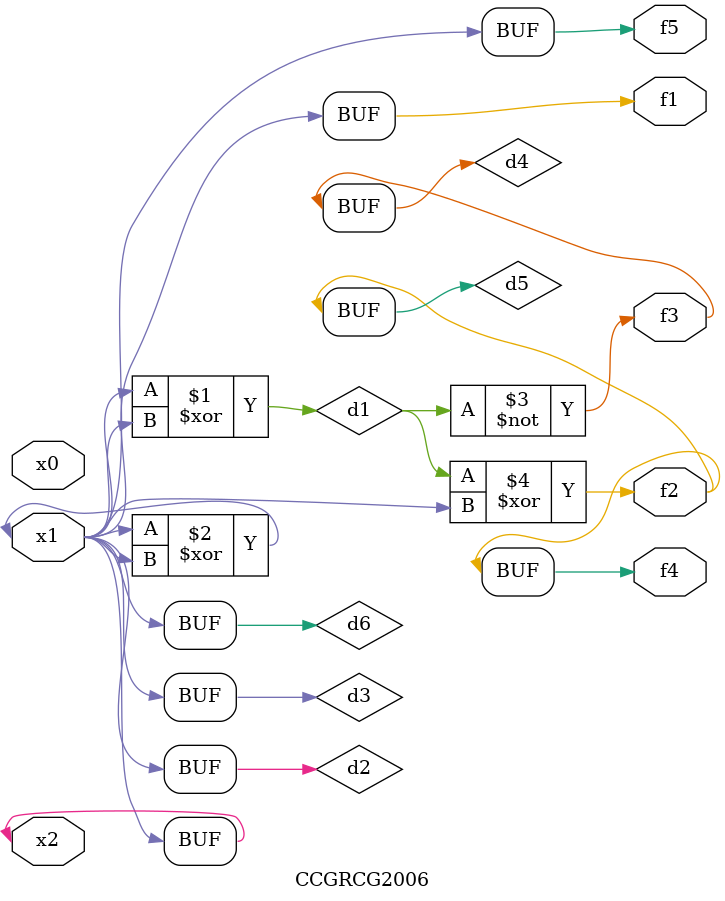
<source format=v>
module CCGRCG2006(
	input x0, x1, x2,
	output f1, f2, f3, f4, f5
);

	wire d1, d2, d3, d4, d5, d6;

	xor (d1, x1, x2);
	buf (d2, x1, x2);
	xor (d3, x1, x2);
	nor (d4, d1);
	xor (d5, d1, d2);
	buf (d6, d2, d3);
	assign f1 = d6;
	assign f2 = d5;
	assign f3 = d4;
	assign f4 = d5;
	assign f5 = d6;
endmodule

</source>
